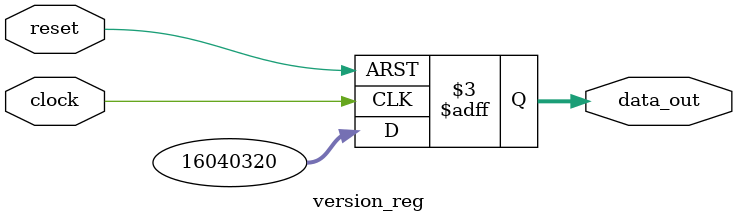
<source format=v>
module version_reg (clock, reset, data_out);
    input clock;
    input reset;
    output [31:0] data_out;
    reg [31:0] data_out;
    always @ (posedge clock or negedge reset) begin
        if (!reset)
            data_out <= 32'h000000;
        else
            data_out <= 32'hF4C180;
    end
endmodule

</source>
